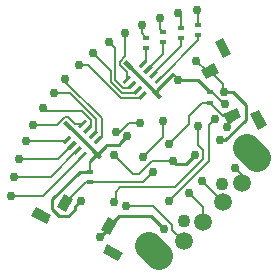
<source format=gbl>
G04 (created by PCBNEW (2013-jul-07)-stable) date Wed 30 Dec 2015 07:31:02 PM CST*
%MOIN*%
G04 Gerber Fmt 3.4, Leading zero omitted, Abs format*
%FSLAX34Y34*%
G01*
G70*
G90*
G04 APERTURE LIST*
%ADD10C,0.00590551*%
%ADD11R,0.0236X0.0157*%
%ADD12C,0.0590551*%
%ADD13C,0.0944882*%
%ADD14C,0.0433071*%
%ADD15C,0.0295276*%
%ADD16C,0.00984252*%
G04 APERTURE END LIST*
G54D10*
G54D11*
X72047Y-13326D03*
X72047Y-12972D03*
X68051Y-15984D03*
X68051Y-15630D03*
G54D10*
G36*
X71745Y-12236D02*
X72192Y-12013D01*
X72350Y-12330D01*
X71903Y-12553D01*
X71745Y-12236D01*
X71745Y-12236D01*
G37*
G36*
X72483Y-13716D02*
X72930Y-13493D01*
X73088Y-13810D01*
X72641Y-14033D01*
X72483Y-13716D01*
X72483Y-13716D01*
G37*
G36*
X73393Y-13702D02*
X73675Y-13561D01*
X73938Y-14090D01*
X73656Y-14230D01*
X73393Y-13702D01*
X73393Y-13702D01*
G37*
G36*
X72198Y-11306D02*
X72480Y-11165D01*
X72744Y-11694D01*
X72462Y-11834D01*
X72198Y-11306D01*
X72198Y-11306D01*
G37*
G36*
X68955Y-17307D02*
X68724Y-17750D01*
X68410Y-17587D01*
X68641Y-17143D01*
X68955Y-17307D01*
X68955Y-17307D01*
G37*
G36*
X67489Y-16543D02*
X67258Y-16987D01*
X66943Y-16823D01*
X67174Y-16380D01*
X67489Y-16543D01*
X67489Y-16543D01*
G37*
G36*
X66760Y-17089D02*
X66615Y-17369D01*
X66091Y-17096D01*
X66236Y-16817D01*
X66760Y-17089D01*
X66760Y-17089D01*
G37*
G36*
X69135Y-18326D02*
X68990Y-18605D01*
X68466Y-18332D01*
X68611Y-18053D01*
X69135Y-18326D01*
X69135Y-18326D01*
G37*
G36*
X67995Y-14460D02*
X68217Y-14237D01*
X68301Y-14321D01*
X68078Y-14543D01*
X67995Y-14460D01*
X67995Y-14460D01*
G37*
G36*
X67818Y-14283D02*
X68040Y-14060D01*
X68124Y-14144D01*
X67901Y-14367D01*
X67818Y-14283D01*
X67818Y-14283D01*
G37*
G36*
X68171Y-14637D02*
X68394Y-14414D01*
X68478Y-14498D01*
X68255Y-14720D01*
X68171Y-14637D01*
X68171Y-14637D01*
G37*
G36*
X67641Y-14106D02*
X67864Y-13884D01*
X67947Y-13967D01*
X67724Y-14190D01*
X67641Y-14106D01*
X67641Y-14106D01*
G37*
G36*
X67466Y-14989D02*
X67688Y-14766D01*
X67772Y-14850D01*
X67549Y-15072D01*
X67466Y-14989D01*
X67466Y-14989D01*
G37*
G36*
X67289Y-14812D02*
X67512Y-14589D01*
X67595Y-14673D01*
X67372Y-14896D01*
X67289Y-14812D01*
X67289Y-14812D01*
G37*
G36*
X67642Y-15166D02*
X67865Y-14943D01*
X67949Y-15026D01*
X67726Y-15249D01*
X67642Y-15166D01*
X67642Y-15166D01*
G37*
G36*
X67112Y-14635D02*
X67335Y-14413D01*
X67418Y-14496D01*
X67196Y-14719D01*
X67112Y-14635D01*
X67112Y-14635D01*
G37*
G36*
X67148Y-14031D02*
X67259Y-13919D01*
X67482Y-14142D01*
X67370Y-14253D01*
X67148Y-14031D01*
X67148Y-14031D01*
G37*
G36*
X68108Y-14991D02*
X68219Y-14880D01*
X68442Y-15102D01*
X68331Y-15214D01*
X68108Y-14991D01*
X68108Y-14991D01*
G37*
G36*
X70002Y-12452D02*
X70225Y-12229D01*
X70309Y-12313D01*
X70086Y-12536D01*
X70002Y-12452D01*
X70002Y-12452D01*
G37*
G36*
X69826Y-12275D02*
X70048Y-12053D01*
X70132Y-12136D01*
X69909Y-12359D01*
X69826Y-12275D01*
X69826Y-12275D01*
G37*
G36*
X70179Y-12629D02*
X70402Y-12406D01*
X70485Y-12490D01*
X70263Y-12712D01*
X70179Y-12629D01*
X70179Y-12629D01*
G37*
G36*
X69649Y-12099D02*
X69872Y-11876D01*
X69955Y-11959D01*
X69732Y-12182D01*
X69649Y-12099D01*
X69649Y-12099D01*
G37*
G36*
X69473Y-12981D02*
X69696Y-12758D01*
X69780Y-12842D01*
X69557Y-13065D01*
X69473Y-12981D01*
X69473Y-12981D01*
G37*
G36*
X69297Y-12804D02*
X69519Y-12582D01*
X69603Y-12665D01*
X69380Y-12888D01*
X69297Y-12804D01*
X69297Y-12804D01*
G37*
G36*
X69650Y-13158D02*
X69873Y-12935D01*
X69956Y-13019D01*
X69734Y-13241D01*
X69650Y-13158D01*
X69650Y-13158D01*
G37*
G36*
X69120Y-12627D02*
X69343Y-12405D01*
X69426Y-12488D01*
X69203Y-12711D01*
X69120Y-12627D01*
X69120Y-12627D01*
G37*
G36*
X69155Y-12023D02*
X69267Y-11911D01*
X69489Y-12134D01*
X69378Y-12245D01*
X69155Y-12023D01*
X69155Y-12023D01*
G37*
G36*
X70116Y-12983D02*
X70227Y-12872D01*
X70450Y-13094D01*
X70339Y-13206D01*
X70116Y-12983D01*
X70116Y-12983D01*
G37*
G54D11*
X71653Y-10728D03*
X71653Y-11082D03*
X71082Y-10826D03*
X71082Y-11180D03*
X70492Y-10964D03*
X70492Y-11318D03*
X69921Y-11161D03*
X69921Y-11515D03*
G54D12*
X71181Y-17952D03*
X73110Y-16023D03*
X71811Y-17322D03*
X72480Y-16653D03*
G54D13*
X70015Y-18115D02*
X70349Y-18449D01*
X73272Y-14857D02*
X73606Y-15192D01*
G54D14*
X72437Y-16027D03*
X71184Y-17279D03*
G54D15*
X66830Y-13011D03*
X66476Y-13513D03*
X66161Y-14064D03*
X65905Y-14616D03*
X65688Y-15206D03*
X65521Y-15807D03*
X65413Y-16437D03*
X69222Y-11003D03*
X68681Y-11318D03*
X68159Y-11683D03*
X67677Y-12086D03*
X67224Y-12539D03*
X72204Y-13877D03*
X72559Y-13385D03*
X70669Y-16614D03*
X70984Y-12559D03*
X69291Y-14448D03*
X67736Y-16594D03*
X71614Y-10255D03*
X69251Y-16771D03*
X71771Y-15944D03*
X70472Y-13937D03*
X69803Y-15157D03*
X68917Y-14311D03*
X69724Y-14015D03*
X71338Y-16338D03*
X68858Y-16653D03*
X71653Y-14094D03*
X69783Y-10728D03*
X70157Y-15649D03*
X72874Y-15511D03*
X72598Y-14133D03*
X70688Y-14704D03*
X70393Y-10511D03*
X70984Y-10354D03*
X72362Y-14586D03*
X70511Y-17539D03*
X72519Y-12992D03*
X71574Y-11929D03*
X68858Y-15078D03*
X68385Y-17795D03*
X70807Y-15275D03*
X71535Y-15078D03*
G54D10*
X71653Y-11082D02*
X71653Y-11238D01*
X71653Y-11238D02*
X70332Y-12559D01*
X68148Y-14390D02*
X68148Y-14390D01*
X67381Y-13011D02*
X66830Y-13011D01*
X68248Y-13877D02*
X67381Y-13011D01*
X68248Y-14291D02*
X68248Y-13877D01*
X68148Y-14390D02*
X68248Y-14291D01*
X67971Y-14214D02*
X67971Y-14213D01*
X66584Y-13622D02*
X66476Y-13513D01*
X67775Y-13622D02*
X66584Y-13622D01*
X68070Y-13917D02*
X67775Y-13622D01*
X68070Y-14114D02*
X68070Y-13917D01*
X67971Y-14213D02*
X68070Y-14114D01*
X67794Y-14037D02*
X67560Y-14037D01*
X66938Y-14064D02*
X66161Y-14064D01*
X67204Y-13799D02*
X66938Y-14064D01*
X67322Y-13799D02*
X67204Y-13799D01*
X67560Y-14037D02*
X67322Y-13799D01*
X67265Y-14566D02*
X67264Y-14566D01*
X67214Y-14616D02*
X65905Y-14616D01*
X67264Y-14566D02*
X67214Y-14616D01*
X67442Y-14743D02*
X67442Y-14743D01*
X66978Y-15206D02*
X65688Y-15206D01*
X67442Y-14743D02*
X66978Y-15206D01*
X67619Y-14919D02*
X67619Y-14920D01*
X66732Y-15807D02*
X65521Y-15807D01*
X67619Y-14920D02*
X66732Y-15807D01*
X67795Y-15096D02*
X67795Y-15117D01*
X66476Y-16437D02*
X65413Y-16437D01*
X67795Y-15117D02*
X66476Y-16437D01*
X71082Y-11180D02*
X71082Y-11456D01*
X71082Y-11456D02*
X70156Y-12382D01*
X70492Y-11318D02*
X70492Y-11693D01*
X70492Y-11693D02*
X69979Y-12206D01*
X69921Y-11515D02*
X69921Y-11910D01*
X69921Y-11910D02*
X69802Y-12029D01*
X69273Y-12558D02*
X69273Y-12324D01*
X69222Y-11781D02*
X69222Y-11003D01*
X69035Y-11968D02*
X69222Y-11781D01*
X69035Y-12086D02*
X69035Y-11968D01*
X69273Y-12324D02*
X69035Y-12086D01*
X69450Y-12735D02*
X69449Y-12735D01*
X68887Y-11525D02*
X68681Y-11318D01*
X68887Y-12568D02*
X68887Y-11525D01*
X69153Y-12834D02*
X68887Y-12568D01*
X69350Y-12834D02*
X69153Y-12834D01*
X69449Y-12735D02*
X69350Y-12834D01*
X69627Y-12911D02*
X69627Y-12912D01*
X68740Y-12263D02*
X68159Y-11683D01*
X68740Y-12637D02*
X68740Y-12263D01*
X69114Y-13011D02*
X68740Y-12637D01*
X69527Y-13011D02*
X69114Y-13011D01*
X69627Y-12912D02*
X69527Y-13011D01*
X69803Y-13088D02*
X69803Y-13089D01*
X67980Y-12086D02*
X67677Y-12086D01*
X69082Y-13188D02*
X67980Y-12086D01*
X69704Y-13188D02*
X69082Y-13188D01*
X69803Y-13089D02*
X69704Y-13188D01*
X68324Y-14567D02*
X68345Y-14567D01*
X67224Y-12637D02*
X67224Y-12539D01*
X68444Y-13858D02*
X67224Y-12637D01*
X68444Y-14468D02*
X68444Y-13858D01*
X68345Y-14567D02*
X68444Y-14468D01*
X72007Y-14448D02*
X72007Y-14074D01*
X72007Y-14448D02*
X72007Y-15275D01*
X72007Y-14074D02*
X72204Y-13877D01*
G54D16*
X69291Y-14448D02*
X69094Y-14645D01*
X68582Y-14744D02*
X68582Y-14763D01*
X68602Y-14744D02*
X68582Y-14744D01*
X68996Y-14744D02*
X68602Y-14744D01*
X69094Y-14645D02*
X68996Y-14744D01*
G54D10*
X72106Y-12972D02*
X72047Y-12972D01*
X72559Y-13385D02*
X72480Y-13307D01*
X72480Y-13307D02*
X72440Y-13307D01*
X72440Y-13307D02*
X72106Y-12972D01*
X72007Y-15275D02*
X70669Y-16614D01*
G54D16*
X70984Y-12559D02*
X71633Y-12559D01*
X71633Y-12559D02*
X72047Y-12972D01*
G54D10*
X70826Y-12401D02*
X70826Y-12362D01*
X70807Y-12381D02*
X70826Y-12401D01*
X70984Y-12559D02*
X70807Y-12381D01*
G54D16*
X68275Y-15047D02*
X68299Y-15047D01*
X68299Y-15047D02*
X68582Y-14763D01*
X70283Y-13039D02*
X70283Y-12905D01*
X70283Y-12905D02*
X70610Y-12578D01*
X70610Y-12578D02*
X70826Y-12362D01*
X67716Y-15630D02*
X68051Y-15630D01*
X66791Y-16555D02*
X67716Y-15630D01*
X66791Y-16889D02*
X66791Y-16555D01*
X67027Y-17125D02*
X66791Y-16889D01*
X67322Y-17125D02*
X67027Y-17125D01*
X67539Y-16909D02*
X67322Y-17125D01*
X67539Y-16791D02*
X67539Y-16909D01*
X67736Y-16594D02*
X67539Y-16791D01*
G54D10*
X68051Y-15275D02*
X68051Y-15630D01*
G54D16*
X68275Y-15051D02*
X68275Y-15047D01*
X68051Y-15275D02*
X68275Y-15051D01*
X67315Y-14086D02*
X68275Y-15047D01*
X69322Y-12078D02*
X70283Y-13039D01*
G54D10*
X71653Y-10728D02*
X71653Y-10295D01*
X71653Y-10295D02*
X71614Y-10255D01*
X71653Y-10295D02*
X71614Y-10255D01*
X69960Y-16771D02*
X70137Y-16771D01*
X70787Y-17559D02*
X71181Y-17952D01*
X70787Y-17421D02*
X70787Y-17559D01*
X70137Y-16771D02*
X70787Y-17421D01*
X69251Y-16771D02*
X69960Y-16771D01*
X71771Y-15944D02*
X72480Y-16653D01*
X69803Y-15157D02*
X70472Y-14488D01*
X70472Y-14488D02*
X70472Y-13937D01*
X69507Y-14015D02*
X69330Y-14015D01*
X69035Y-14311D02*
X68917Y-14311D01*
X69330Y-14015D02*
X69035Y-14311D01*
X69507Y-14015D02*
X69724Y-14015D01*
X71653Y-14094D02*
X71653Y-14744D01*
X71653Y-14744D02*
X71811Y-14901D01*
X71811Y-16811D02*
X71811Y-17322D01*
X71338Y-16338D02*
X71811Y-16811D01*
X68897Y-16299D02*
X69055Y-16141D01*
X69055Y-16141D02*
X70866Y-16141D01*
X70866Y-16141D02*
X71811Y-15196D01*
X71811Y-15196D02*
X71811Y-14901D01*
X68858Y-16653D02*
X68897Y-16614D01*
X68897Y-16614D02*
X68897Y-16299D01*
X69783Y-10728D02*
X69783Y-11023D01*
X69783Y-11023D02*
X69921Y-11161D01*
X68051Y-15984D02*
X69823Y-15984D01*
X69823Y-15984D02*
X70157Y-15649D01*
X68051Y-15984D02*
X67915Y-15984D01*
X67915Y-15984D02*
X67216Y-16683D01*
X72785Y-13763D02*
X72785Y-13946D01*
X73110Y-15748D02*
X73110Y-16023D01*
X72874Y-15511D02*
X73110Y-15748D01*
X72785Y-13946D02*
X72598Y-14133D01*
X71358Y-14035D02*
X71358Y-13759D01*
X71791Y-13326D02*
X72047Y-13326D01*
X71358Y-13759D02*
X71791Y-13326D01*
X70688Y-14704D02*
X71358Y-14035D01*
X72785Y-13763D02*
X72483Y-13763D01*
X72483Y-13763D02*
X72047Y-13326D01*
X70393Y-10511D02*
X70393Y-10866D01*
X70393Y-10866D02*
X70492Y-10964D01*
X71082Y-10826D02*
X71082Y-10452D01*
X71082Y-10452D02*
X70984Y-10354D01*
G54D16*
X72362Y-14586D02*
X72559Y-14586D01*
X72559Y-14586D02*
X73248Y-13897D01*
X72500Y-12992D02*
X72814Y-12992D01*
X73248Y-13425D02*
X73248Y-13897D01*
X72814Y-12992D02*
X73248Y-13425D01*
X69960Y-17106D02*
X70078Y-17106D01*
X70078Y-17106D02*
X70511Y-17539D01*
X72500Y-12972D02*
X72500Y-12992D01*
X72519Y-12992D02*
X72500Y-12972D01*
G54D10*
X71929Y-12283D02*
X72048Y-12283D01*
X71574Y-11929D02*
X71929Y-12283D01*
X68858Y-15078D02*
X69488Y-15708D01*
X70118Y-15275D02*
X70807Y-15275D01*
X69685Y-15708D02*
X70118Y-15275D01*
X69488Y-15708D02*
X69685Y-15708D01*
G54D16*
X68683Y-17497D02*
X68683Y-17447D01*
X68385Y-17795D02*
X68683Y-17497D01*
X69724Y-17106D02*
X69023Y-17106D01*
X69023Y-17106D02*
X68683Y-17447D01*
X69960Y-17106D02*
X69724Y-17106D01*
X69724Y-17106D02*
X69685Y-17106D01*
X71535Y-15078D02*
X71240Y-15374D01*
X70905Y-15374D02*
X70807Y-15275D01*
X71240Y-15374D02*
X70905Y-15374D01*
G54D10*
X72480Y-12972D02*
X72480Y-12715D01*
G54D16*
X72480Y-12972D02*
X72500Y-12992D01*
G54D10*
X72480Y-12715D02*
X72048Y-12283D01*
M02*

</source>
